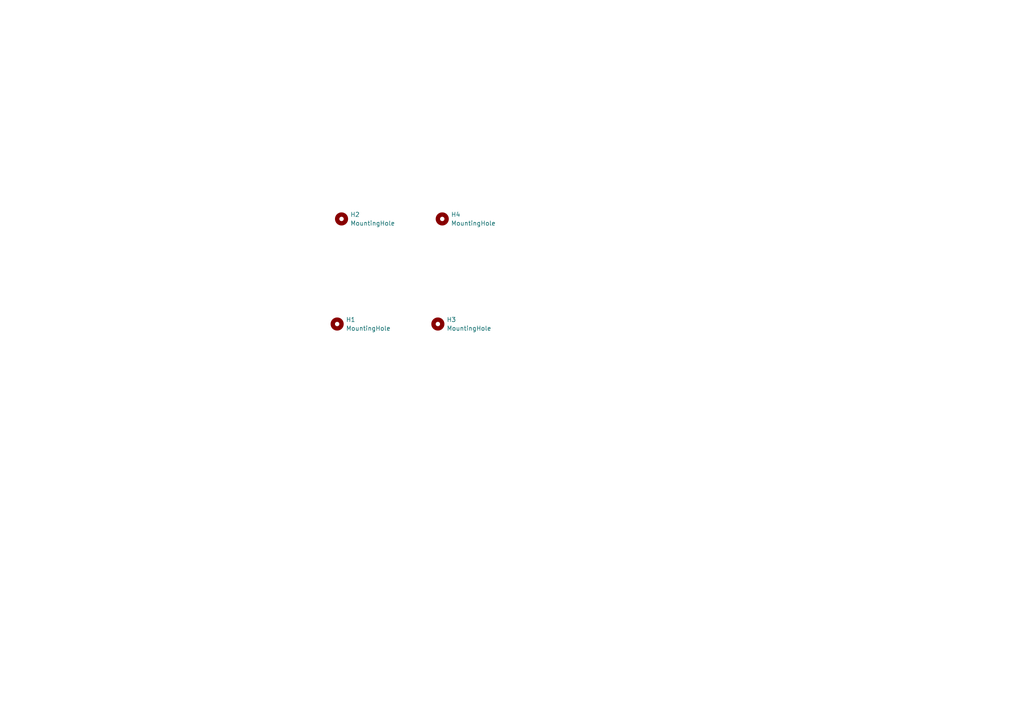
<source format=kicad_sch>
(kicad_sch (version 20211123) (generator eeschema)
  (paper "A4")
  (lib_symbols
    (symbol "Mechanical:MountingHole" (pin_names (offset 1.016))
      (property "Reference" "H" (at 0 5.08 0))
      (property "Value" "MountingHole" (at 0 3.175 0))
      (symbol "MountingHole_0_1"
        (circle (center 0 0) (radius 1.27) (stroke (width 1.27)))
      )
    )
  )
  (symbol (lib_id "Mechanical:MountingHole") (at 128.27 63.5 0) (unit 1)
    (property "Reference" "H4" (at 130.81 62.2299 0) (effects (justify left)))
    (property "Value" "MountingHole" (at 130.81 64.7699 0) (effects (justify left)))
    (property "Footprint" "MountingHole:MountingHole_2.2mm_M2" (effects hide))
  )
  (symbol (lib_id "Mechanical:MountingHole") (at 97.79 93.98 0) (unit 1)
    (property "Reference" "H1" (at 100.33 92.7099 0) (effects (justify left)))
    (property "Value" "MountingHole" (at 100.33 95.2499 0) (effects (justify left)))
    (property "Footprint" "MountingHole:MountingHole_2.2mm_M2" (effects hide))
  )
  (symbol (lib_id "Mechanical:MountingHole") (at 127 93.98 0) (unit 1)
    (property "Reference" "H3" (at 129.54 92.7099 0) (effects (justify left)))
    (property "Value" "MountingHole" (at 129.54 95.2499 0) (effects (justify left)))
    (property "Footprint" "MountingHole:MountingHole_2.2mm_M2" (effects hide))
  )
  (symbol (lib_id "Mechanical:MountingHole") (at 99.06 63.5 0) (unit 1)
    (property "Reference" "H2" (at 101.6 62.2299 0) (effects (justify left)))
    (property "Value" "MountingHole" (at 101.6 64.7699 0) (effects (justify left)))
    (property "Footprint" "MountingHole:MountingHole_2.2mm_M2" (effects hide))
  )
)
</source>
